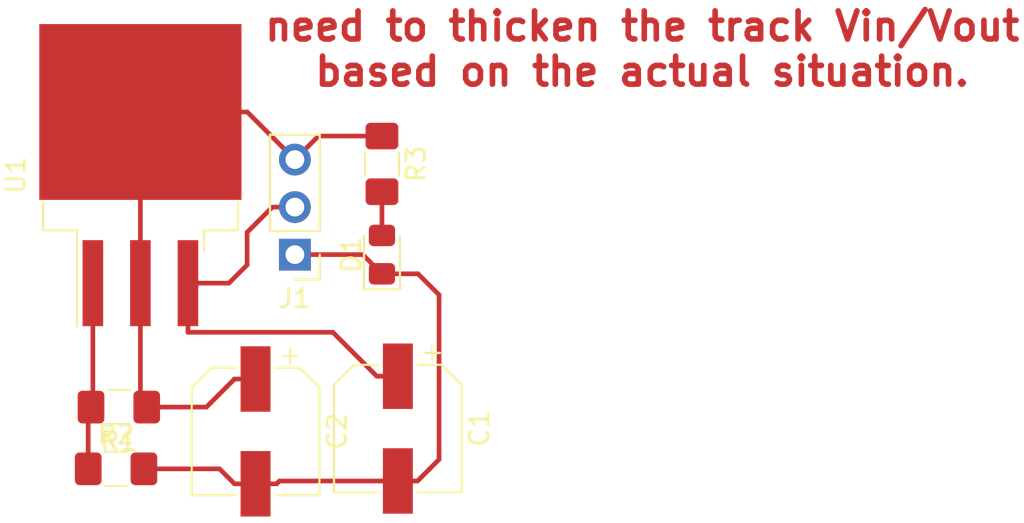
<source format=kicad_pcb>
(kicad_pcb (version 20171130) (host pcbnew 5.0.2-bee76a0~70~ubuntu18.04.1)

  (general
    (thickness 1.6)
    (drawings 1)
    (tracks 37)
    (zones 0)
    (modules 8)
    (nets 6)
  )

  (page A4)
  (layers
    (0 F.Cu signal)
    (31 B.Cu signal)
    (32 B.Adhes user)
    (33 F.Adhes user)
    (34 B.Paste user)
    (35 F.Paste user)
    (36 B.SilkS user)
    (37 F.SilkS user)
    (38 B.Mask user)
    (39 F.Mask user)
    (40 Dwgs.User user)
    (41 Cmts.User user)
    (42 Eco1.User user)
    (43 Eco2.User user)
    (44 Edge.Cuts user)
    (45 Margin user)
    (46 B.CrtYd user)
    (47 F.CrtYd user)
    (48 B.Fab user)
    (49 F.Fab user)
  )

  (setup
    (last_trace_width 0.25)
    (trace_clearance 0.2)
    (zone_clearance 0.508)
    (zone_45_only no)
    (trace_min 0.2)
    (segment_width 0.2)
    (edge_width 0.15)
    (via_size 0.8)
    (via_drill 0.4)
    (via_min_size 0.4)
    (via_min_drill 0.3)
    (uvia_size 0.3)
    (uvia_drill 0.1)
    (uvias_allowed no)
    (uvia_min_size 0.2)
    (uvia_min_drill 0.1)
    (pcb_text_width 0.3)
    (pcb_text_size 1.5 1.5)
    (mod_edge_width 0.15)
    (mod_text_size 1 1)
    (mod_text_width 0.15)
    (pad_size 1.524 1.524)
    (pad_drill 0.762)
    (pad_to_mask_clearance 0.051)
    (solder_mask_min_width 0.25)
    (aux_axis_origin 0 0)
    (visible_elements FFFFFF7F)
    (pcbplotparams
      (layerselection 0x010fc_ffffffff)
      (usegerberextensions false)
      (usegerberattributes false)
      (usegerberadvancedattributes false)
      (creategerberjobfile false)
      (excludeedgelayer true)
      (linewidth 0.100000)
      (plotframeref false)
      (viasonmask false)
      (mode 1)
      (useauxorigin false)
      (hpglpennumber 1)
      (hpglpenspeed 20)
      (hpglpendiameter 15.000000)
      (psnegative false)
      (psa4output false)
      (plotreference true)
      (plotvalue true)
      (plotinvisibletext false)
      (padsonsilk false)
      (subtractmaskfromsilk false)
      (outputformat 1)
      (mirror false)
      (drillshape 1)
      (scaleselection 1)
      (outputdirectory ""))
  )

  (net 0 "")
  (net 1 VOUT)
  (net 2 "Net-(R1-Pad2)")
  (net 3 GND)
  (net 4 VIN)
  (net 5 "Net-(D1-Pad2)")

  (net_class Default "This is the default net class."
    (clearance 0.2)
    (trace_width 0.25)
    (via_dia 0.8)
    (via_drill 0.4)
    (uvia_dia 0.3)
    (uvia_drill 0.1)
    (add_net GND)
    (add_net "Net-(D1-Pad2)")
    (add_net "Net-(R1-Pad2)")
    (add_net VIN)
    (add_net VOUT)
  )

  (module Connector_PinHeader_2.54mm:PinHeader_1x03_P2.54mm_Vertical (layer F.Cu) (tedit 59FED5CC) (tstamp 5C2E9423)
    (at 45.55 28.85 180)
    (descr "Through hole straight pin header, 1x03, 2.54mm pitch, single row")
    (tags "Through hole pin header THT 1x03 2.54mm single row")
    (path /5C0D3421)
    (fp_text reference J1 (at 0 -2.33 180) (layer F.SilkS)
      (effects (font (size 1 1) (thickness 0.15)))
    )
    (fp_text value Conn_01x03 (at 0 7.41 180) (layer F.Fab)
      (effects (font (size 1 1) (thickness 0.15)))
    )
    (fp_line (start -0.635 -1.27) (end 1.27 -1.27) (layer F.Fab) (width 0.1))
    (fp_line (start 1.27 -1.27) (end 1.27 6.35) (layer F.Fab) (width 0.1))
    (fp_line (start 1.27 6.35) (end -1.27 6.35) (layer F.Fab) (width 0.1))
    (fp_line (start -1.27 6.35) (end -1.27 -0.635) (layer F.Fab) (width 0.1))
    (fp_line (start -1.27 -0.635) (end -0.635 -1.27) (layer F.Fab) (width 0.1))
    (fp_line (start -1.33 6.41) (end 1.33 6.41) (layer F.SilkS) (width 0.12))
    (fp_line (start -1.33 1.27) (end -1.33 6.41) (layer F.SilkS) (width 0.12))
    (fp_line (start 1.33 1.27) (end 1.33 6.41) (layer F.SilkS) (width 0.12))
    (fp_line (start -1.33 1.27) (end 1.33 1.27) (layer F.SilkS) (width 0.12))
    (fp_line (start -1.33 0) (end -1.33 -1.33) (layer F.SilkS) (width 0.12))
    (fp_line (start -1.33 -1.33) (end 0 -1.33) (layer F.SilkS) (width 0.12))
    (fp_line (start -1.8 -1.8) (end -1.8 6.85) (layer F.CrtYd) (width 0.05))
    (fp_line (start -1.8 6.85) (end 1.8 6.85) (layer F.CrtYd) (width 0.05))
    (fp_line (start 1.8 6.85) (end 1.8 -1.8) (layer F.CrtYd) (width 0.05))
    (fp_line (start 1.8 -1.8) (end -1.8 -1.8) (layer F.CrtYd) (width 0.05))
    (fp_text user %R (at 0 2.54 270) (layer F.Fab)
      (effects (font (size 1 1) (thickness 0.15)))
    )
    (pad 1 thru_hole rect (at 0 0 180) (size 1.7 1.7) (drill 1) (layers *.Cu *.Mask)
      (net 3 GND))
    (pad 2 thru_hole oval (at 0 2.54 180) (size 1.7 1.7) (drill 1) (layers *.Cu *.Mask)
      (net 4 VIN))
    (pad 3 thru_hole oval (at 0 5.08 180) (size 1.7 1.7) (drill 1) (layers *.Cu *.Mask)
      (net 1 VOUT))
    (model ${KISYS3DMOD}/Connector_PinHeader_2.54mm.3dshapes/PinHeader_1x03_P2.54mm_Vertical.wrl
      (at (xyz 0 0 0))
      (scale (xyz 1 1 1))
      (rotate (xyz 0 0 0))
    )
  )

  (module LED_SMD:LED_0805_2012Metric_Pad1.15x1.40mm_HandSolder (layer F.Cu) (tedit 5B4B45C9) (tstamp 5C2DCE72)
    (at 50.2 28.85 90)
    (descr "LED SMD 0805 (2012 Metric), square (rectangular) end terminal, IPC_7351 nominal, (Body size source: https://docs.google.com/spreadsheets/d/1BsfQQcO9C6DZCsRaXUlFlo91Tg2WpOkGARC1WS5S8t0/edit?usp=sharing), generated with kicad-footprint-generator")
    (tags "LED handsolder")
    (path /5C0D2AB2)
    (attr smd)
    (fp_text reference D1 (at 0 -1.65 90) (layer F.SilkS)
      (effects (font (size 1 1) (thickness 0.15)))
    )
    (fp_text value LED_GREEN (at 0 1.65 90) (layer F.Fab)
      (effects (font (size 1 1) (thickness 0.15)))
    )
    (fp_line (start 1 -0.6) (end -0.7 -0.6) (layer F.Fab) (width 0.1))
    (fp_line (start -0.7 -0.6) (end -1 -0.3) (layer F.Fab) (width 0.1))
    (fp_line (start -1 -0.3) (end -1 0.6) (layer F.Fab) (width 0.1))
    (fp_line (start -1 0.6) (end 1 0.6) (layer F.Fab) (width 0.1))
    (fp_line (start 1 0.6) (end 1 -0.6) (layer F.Fab) (width 0.1))
    (fp_line (start 1 -0.96) (end -1.86 -0.96) (layer F.SilkS) (width 0.12))
    (fp_line (start -1.86 -0.96) (end -1.86 0.96) (layer F.SilkS) (width 0.12))
    (fp_line (start -1.86 0.96) (end 1 0.96) (layer F.SilkS) (width 0.12))
    (fp_line (start -1.85 0.95) (end -1.85 -0.95) (layer F.CrtYd) (width 0.05))
    (fp_line (start -1.85 -0.95) (end 1.85 -0.95) (layer F.CrtYd) (width 0.05))
    (fp_line (start 1.85 -0.95) (end 1.85 0.95) (layer F.CrtYd) (width 0.05))
    (fp_line (start 1.85 0.95) (end -1.85 0.95) (layer F.CrtYd) (width 0.05))
    (fp_text user %R (at 0 0 90) (layer F.Fab)
      (effects (font (size 0.5 0.5) (thickness 0.08)))
    )
    (pad 1 smd roundrect (at -1.025 0 90) (size 1.15 1.4) (layers F.Cu F.Paste F.Mask) (roundrect_rratio 0.217391)
      (net 3 GND))
    (pad 2 smd roundrect (at 1.025 0 90) (size 1.15 1.4) (layers F.Cu F.Paste F.Mask) (roundrect_rratio 0.217391)
      (net 5 "Net-(D1-Pad2)"))
    (model ${KISYS3DMOD}/LED_SMD.3dshapes/LED_0805_2012Metric.wrl
      (at (xyz 0 0 0))
      (scale (xyz 1 1 1))
      (rotate (xyz 0 0 0))
    )
  )

  (module Resistor_SMD:R_1206_3216Metric_Pad1.42x1.75mm_HandSolder (layer F.Cu) (tedit 5B301BBD) (tstamp 5C2DCE11)
    (at 50.2 24 270)
    (descr "Resistor SMD 1206 (3216 Metric), square (rectangular) end terminal, IPC_7351 nominal with elongated pad for handsoldering. (Body size source: http://www.tortai-tech.com/upload/download/2011102023233369053.pdf), generated with kicad-footprint-generator")
    (tags "resistor handsolder")
    (path /5C0D276A)
    (attr smd)
    (fp_text reference R3 (at 0 -1.82 270) (layer F.SilkS)
      (effects (font (size 1 1) (thickness 0.15)))
    )
    (fp_text value R_Small (at 0 1.82 270) (layer F.Fab)
      (effects (font (size 1 1) (thickness 0.15)))
    )
    (fp_line (start -1.6 0.8) (end -1.6 -0.8) (layer F.Fab) (width 0.1))
    (fp_line (start -1.6 -0.8) (end 1.6 -0.8) (layer F.Fab) (width 0.1))
    (fp_line (start 1.6 -0.8) (end 1.6 0.8) (layer F.Fab) (width 0.1))
    (fp_line (start 1.6 0.8) (end -1.6 0.8) (layer F.Fab) (width 0.1))
    (fp_line (start -0.602064 -0.91) (end 0.602064 -0.91) (layer F.SilkS) (width 0.12))
    (fp_line (start -0.602064 0.91) (end 0.602064 0.91) (layer F.SilkS) (width 0.12))
    (fp_line (start -2.45 1.12) (end -2.45 -1.12) (layer F.CrtYd) (width 0.05))
    (fp_line (start -2.45 -1.12) (end 2.45 -1.12) (layer F.CrtYd) (width 0.05))
    (fp_line (start 2.45 -1.12) (end 2.45 1.12) (layer F.CrtYd) (width 0.05))
    (fp_line (start 2.45 1.12) (end -2.45 1.12) (layer F.CrtYd) (width 0.05))
    (fp_text user %R (at 0 0 270) (layer F.Fab)
      (effects (font (size 0.8 0.8) (thickness 0.12)))
    )
    (pad 1 smd roundrect (at -1.4875 0 270) (size 1.425 1.75) (layers F.Cu F.Paste F.Mask) (roundrect_rratio 0.175439)
      (net 1 VOUT))
    (pad 2 smd roundrect (at 1.4875 0 270) (size 1.425 1.75) (layers F.Cu F.Paste F.Mask) (roundrect_rratio 0.175439)
      (net 5 "Net-(D1-Pad2)"))
    (model ${KISYS3DMOD}/Resistor_SMD.3dshapes/R_1206_3216Metric.wrl
      (at (xyz 0 0 0))
      (scale (xyz 1 1 1))
      (rotate (xyz 0 0 0))
    )
  )

  (module Capacitor_SMD:CP_Elec_6.3x5.3 (layer F.Cu) (tedit 5B3026A2) (tstamp 5C2E95FB)
    (at 43.45 38.3 270)
    (descr "SMT capacitor, aluminium electrolytic, 6.3x5.3, Cornell Dubilier Electronics ")
    (tags "Capacitor Electrolytic")
    (path /5C0D21EF)
    (attr smd)
    (fp_text reference C2 (at 0 -4.35 270) (layer F.SilkS)
      (effects (font (size 1 1) (thickness 0.15)))
    )
    (fp_text value CP100uf,16V (at 0 4.35 270) (layer F.Fab)
      (effects (font (size 1 1) (thickness 0.15)))
    )
    (fp_text user %R (at 0 0 270) (layer F.Fab)
      (effects (font (size 1 1) (thickness 0.15)))
    )
    (fp_line (start -4.8 1.05) (end -3.55 1.05) (layer F.CrtYd) (width 0.05))
    (fp_line (start -4.8 -1.05) (end -4.8 1.05) (layer F.CrtYd) (width 0.05))
    (fp_line (start -3.55 -1.05) (end -4.8 -1.05) (layer F.CrtYd) (width 0.05))
    (fp_line (start -3.55 1.05) (end -3.55 2.4) (layer F.CrtYd) (width 0.05))
    (fp_line (start -3.55 -2.4) (end -3.55 -1.05) (layer F.CrtYd) (width 0.05))
    (fp_line (start -3.55 -2.4) (end -2.4 -3.55) (layer F.CrtYd) (width 0.05))
    (fp_line (start -3.55 2.4) (end -2.4 3.55) (layer F.CrtYd) (width 0.05))
    (fp_line (start -2.4 -3.55) (end 3.55 -3.55) (layer F.CrtYd) (width 0.05))
    (fp_line (start -2.4 3.55) (end 3.55 3.55) (layer F.CrtYd) (width 0.05))
    (fp_line (start 3.55 1.05) (end 3.55 3.55) (layer F.CrtYd) (width 0.05))
    (fp_line (start 4.8 1.05) (end 3.55 1.05) (layer F.CrtYd) (width 0.05))
    (fp_line (start 4.8 -1.05) (end 4.8 1.05) (layer F.CrtYd) (width 0.05))
    (fp_line (start 3.55 -1.05) (end 4.8 -1.05) (layer F.CrtYd) (width 0.05))
    (fp_line (start 3.55 -3.55) (end 3.55 -1.05) (layer F.CrtYd) (width 0.05))
    (fp_line (start -4.04375 -2.24125) (end -4.04375 -1.45375) (layer F.SilkS) (width 0.12))
    (fp_line (start -4.4375 -1.8475) (end -3.65 -1.8475) (layer F.SilkS) (width 0.12))
    (fp_line (start -3.41 2.345563) (end -2.345563 3.41) (layer F.SilkS) (width 0.12))
    (fp_line (start -3.41 -2.345563) (end -2.345563 -3.41) (layer F.SilkS) (width 0.12))
    (fp_line (start -3.41 -2.345563) (end -3.41 -1.06) (layer F.SilkS) (width 0.12))
    (fp_line (start -3.41 2.345563) (end -3.41 1.06) (layer F.SilkS) (width 0.12))
    (fp_line (start -2.345563 3.41) (end 3.41 3.41) (layer F.SilkS) (width 0.12))
    (fp_line (start -2.345563 -3.41) (end 3.41 -3.41) (layer F.SilkS) (width 0.12))
    (fp_line (start 3.41 -3.41) (end 3.41 -1.06) (layer F.SilkS) (width 0.12))
    (fp_line (start 3.41 3.41) (end 3.41 1.06) (layer F.SilkS) (width 0.12))
    (fp_line (start -2.389838 -1.645) (end -2.389838 -1.015) (layer F.Fab) (width 0.1))
    (fp_line (start -2.704838 -1.33) (end -2.074838 -1.33) (layer F.Fab) (width 0.1))
    (fp_line (start -3.3 2.3) (end -2.3 3.3) (layer F.Fab) (width 0.1))
    (fp_line (start -3.3 -2.3) (end -2.3 -3.3) (layer F.Fab) (width 0.1))
    (fp_line (start -3.3 -2.3) (end -3.3 2.3) (layer F.Fab) (width 0.1))
    (fp_line (start -2.3 3.3) (end 3.3 3.3) (layer F.Fab) (width 0.1))
    (fp_line (start -2.3 -3.3) (end 3.3 -3.3) (layer F.Fab) (width 0.1))
    (fp_line (start 3.3 -3.3) (end 3.3 3.3) (layer F.Fab) (width 0.1))
    (fp_circle (center 0 0) (end 3.15 0) (layer F.Fab) (width 0.1))
    (pad 2 smd rect (at 2.8 0 270) (size 3.5 1.6) (layers F.Cu F.Paste F.Mask)
      (net 3 GND))
    (pad 1 smd rect (at -2.8 0 270) (size 3.5 1.6) (layers F.Cu F.Paste F.Mask)
      (net 1 VOUT))
    (model ${KISYS3DMOD}/Capacitor_SMD.3dshapes/CP_Elec_6.3x5.3.wrl
      (at (xyz 0 0 0))
      (scale (xyz 1 1 1))
      (rotate (xyz 0 0 0))
    )
  )

  (module Capacitor_SMD:CP_Elec_6.3x5.3 (layer F.Cu) (tedit 5B3026A2) (tstamp 5C23A32D)
    (at 51.05 38.15 270)
    (descr "SMT capacitor, aluminium electrolytic, 6.3x5.3, Cornell Dubilier Electronics ")
    (tags "Capacitor Electrolytic")
    (path /5C0D21A7)
    (attr smd)
    (fp_text reference C1 (at 0 -4.35 270) (layer F.SilkS)
      (effects (font (size 1 1) (thickness 0.15)))
    )
    (fp_text value CP100uf,16V (at 0 4.35 270) (layer F.Fab)
      (effects (font (size 1 1) (thickness 0.15)))
    )
    (fp_circle (center 0 0) (end 3.15 0) (layer F.Fab) (width 0.1))
    (fp_line (start 3.3 -3.3) (end 3.3 3.3) (layer F.Fab) (width 0.1))
    (fp_line (start -2.3 -3.3) (end 3.3 -3.3) (layer F.Fab) (width 0.1))
    (fp_line (start -2.3 3.3) (end 3.3 3.3) (layer F.Fab) (width 0.1))
    (fp_line (start -3.3 -2.3) (end -3.3 2.3) (layer F.Fab) (width 0.1))
    (fp_line (start -3.3 -2.3) (end -2.3 -3.3) (layer F.Fab) (width 0.1))
    (fp_line (start -3.3 2.3) (end -2.3 3.3) (layer F.Fab) (width 0.1))
    (fp_line (start -2.704838 -1.33) (end -2.074838 -1.33) (layer F.Fab) (width 0.1))
    (fp_line (start -2.389838 -1.645) (end -2.389838 -1.015) (layer F.Fab) (width 0.1))
    (fp_line (start 3.41 3.41) (end 3.41 1.06) (layer F.SilkS) (width 0.12))
    (fp_line (start 3.41 -3.41) (end 3.41 -1.06) (layer F.SilkS) (width 0.12))
    (fp_line (start -2.345563 -3.41) (end 3.41 -3.41) (layer F.SilkS) (width 0.12))
    (fp_line (start -2.345563 3.41) (end 3.41 3.41) (layer F.SilkS) (width 0.12))
    (fp_line (start -3.41 2.345563) (end -3.41 1.06) (layer F.SilkS) (width 0.12))
    (fp_line (start -3.41 -2.345563) (end -3.41 -1.06) (layer F.SilkS) (width 0.12))
    (fp_line (start -3.41 -2.345563) (end -2.345563 -3.41) (layer F.SilkS) (width 0.12))
    (fp_line (start -3.41 2.345563) (end -2.345563 3.41) (layer F.SilkS) (width 0.12))
    (fp_line (start -4.4375 -1.8475) (end -3.65 -1.8475) (layer F.SilkS) (width 0.12))
    (fp_line (start -4.04375 -2.24125) (end -4.04375 -1.45375) (layer F.SilkS) (width 0.12))
    (fp_line (start 3.55 -3.55) (end 3.55 -1.05) (layer F.CrtYd) (width 0.05))
    (fp_line (start 3.55 -1.05) (end 4.8 -1.05) (layer F.CrtYd) (width 0.05))
    (fp_line (start 4.8 -1.05) (end 4.8 1.05) (layer F.CrtYd) (width 0.05))
    (fp_line (start 4.8 1.05) (end 3.55 1.05) (layer F.CrtYd) (width 0.05))
    (fp_line (start 3.55 1.05) (end 3.55 3.55) (layer F.CrtYd) (width 0.05))
    (fp_line (start -2.4 3.55) (end 3.55 3.55) (layer F.CrtYd) (width 0.05))
    (fp_line (start -2.4 -3.55) (end 3.55 -3.55) (layer F.CrtYd) (width 0.05))
    (fp_line (start -3.55 2.4) (end -2.4 3.55) (layer F.CrtYd) (width 0.05))
    (fp_line (start -3.55 -2.4) (end -2.4 -3.55) (layer F.CrtYd) (width 0.05))
    (fp_line (start -3.55 -2.4) (end -3.55 -1.05) (layer F.CrtYd) (width 0.05))
    (fp_line (start -3.55 1.05) (end -3.55 2.4) (layer F.CrtYd) (width 0.05))
    (fp_line (start -3.55 -1.05) (end -4.8 -1.05) (layer F.CrtYd) (width 0.05))
    (fp_line (start -4.8 -1.05) (end -4.8 1.05) (layer F.CrtYd) (width 0.05))
    (fp_line (start -4.8 1.05) (end -3.55 1.05) (layer F.CrtYd) (width 0.05))
    (fp_text user %R (at 0 0 270) (layer F.Fab)
      (effects (font (size 1 1) (thickness 0.15)))
    )
    (pad 1 smd rect (at -2.8 0 270) (size 3.5 1.6) (layers F.Cu F.Paste F.Mask)
      (net 4 VIN))
    (pad 2 smd rect (at 2.8 0 270) (size 3.5 1.6) (layers F.Cu F.Paste F.Mask)
      (net 3 GND))
    (model ${KISYS3DMOD}/Capacitor_SMD.3dshapes/CP_Elec_6.3x5.3.wrl
      (at (xyz 0 0 0))
      (scale (xyz 1 1 1))
      (rotate (xyz 0 0 0))
    )
  )

  (module Resistor_SMD:R_1206_3216Metric_Pad1.42x1.75mm_HandSolder (layer F.Cu) (tedit 5B301BBD) (tstamp 5C23A2B7)
    (at 36 40.3)
    (descr "Resistor SMD 1206 (3216 Metric), square (rectangular) end terminal, IPC_7351 nominal with elongated pad for handsoldering. (Body size source: http://www.tortai-tech.com/upload/download/2011102023233369053.pdf), generated with kicad-footprint-generator")
    (tags "resistor handsolder")
    (path /5C0D15C7)
    (attr smd)
    (fp_text reference R2 (at 0 -1.82) (layer F.SilkS)
      (effects (font (size 1 1) (thickness 0.15)))
    )
    (fp_text value R_Small (at 0 1.82) (layer F.Fab)
      (effects (font (size 1 1) (thickness 0.15)))
    )
    (fp_text user %R (at 0 0) (layer F.Fab)
      (effects (font (size 0.8 0.8) (thickness 0.12)))
    )
    (fp_line (start 2.45 1.12) (end -2.45 1.12) (layer F.CrtYd) (width 0.05))
    (fp_line (start 2.45 -1.12) (end 2.45 1.12) (layer F.CrtYd) (width 0.05))
    (fp_line (start -2.45 -1.12) (end 2.45 -1.12) (layer F.CrtYd) (width 0.05))
    (fp_line (start -2.45 1.12) (end -2.45 -1.12) (layer F.CrtYd) (width 0.05))
    (fp_line (start -0.602064 0.91) (end 0.602064 0.91) (layer F.SilkS) (width 0.12))
    (fp_line (start -0.602064 -0.91) (end 0.602064 -0.91) (layer F.SilkS) (width 0.12))
    (fp_line (start 1.6 0.8) (end -1.6 0.8) (layer F.Fab) (width 0.1))
    (fp_line (start 1.6 -0.8) (end 1.6 0.8) (layer F.Fab) (width 0.1))
    (fp_line (start -1.6 -0.8) (end 1.6 -0.8) (layer F.Fab) (width 0.1))
    (fp_line (start -1.6 0.8) (end -1.6 -0.8) (layer F.Fab) (width 0.1))
    (pad 2 smd roundrect (at 1.4875 0) (size 1.425 1.75) (layers F.Cu F.Paste F.Mask) (roundrect_rratio 0.175439)
      (net 3 GND))
    (pad 1 smd roundrect (at -1.4875 0) (size 1.425 1.75) (layers F.Cu F.Paste F.Mask) (roundrect_rratio 0.175439)
      (net 2 "Net-(R1-Pad2)"))
    (model ${KISYS3DMOD}/Resistor_SMD.3dshapes/R_1206_3216Metric.wrl
      (at (xyz 0 0 0))
      (scale (xyz 1 1 1))
      (rotate (xyz 0 0 0))
    )
  )

  (module Resistor_SMD:R_1206_3216Metric_Pad1.42x1.75mm_HandSolder (layer F.Cu) (tedit 5B301BBD) (tstamp 5C23A2A6)
    (at 36.15 37 180)
    (descr "Resistor SMD 1206 (3216 Metric), square (rectangular) end terminal, IPC_7351 nominal with elongated pad for handsoldering. (Body size source: http://www.tortai-tech.com/upload/download/2011102023233369053.pdf), generated with kicad-footprint-generator")
    (tags "resistor handsolder")
    (path /5C0D1579)
    (attr smd)
    (fp_text reference R1 (at 0 -1.82 180) (layer F.SilkS)
      (effects (font (size 1 1) (thickness 0.15)))
    )
    (fp_text value R_Small (at 0 1.82 180) (layer F.Fab)
      (effects (font (size 1 1) (thickness 0.15)))
    )
    (fp_line (start -1.6 0.8) (end -1.6 -0.8) (layer F.Fab) (width 0.1))
    (fp_line (start -1.6 -0.8) (end 1.6 -0.8) (layer F.Fab) (width 0.1))
    (fp_line (start 1.6 -0.8) (end 1.6 0.8) (layer F.Fab) (width 0.1))
    (fp_line (start 1.6 0.8) (end -1.6 0.8) (layer F.Fab) (width 0.1))
    (fp_line (start -0.602064 -0.91) (end 0.602064 -0.91) (layer F.SilkS) (width 0.12))
    (fp_line (start -0.602064 0.91) (end 0.602064 0.91) (layer F.SilkS) (width 0.12))
    (fp_line (start -2.45 1.12) (end -2.45 -1.12) (layer F.CrtYd) (width 0.05))
    (fp_line (start -2.45 -1.12) (end 2.45 -1.12) (layer F.CrtYd) (width 0.05))
    (fp_line (start 2.45 -1.12) (end 2.45 1.12) (layer F.CrtYd) (width 0.05))
    (fp_line (start 2.45 1.12) (end -2.45 1.12) (layer F.CrtYd) (width 0.05))
    (fp_text user %R (at 0 0 180) (layer F.Fab)
      (effects (font (size 0.8 0.8) (thickness 0.12)))
    )
    (pad 1 smd roundrect (at -1.4875 0 180) (size 1.425 1.75) (layers F.Cu F.Paste F.Mask) (roundrect_rratio 0.175439)
      (net 1 VOUT))
    (pad 2 smd roundrect (at 1.4875 0 180) (size 1.425 1.75) (layers F.Cu F.Paste F.Mask) (roundrect_rratio 0.175439)
      (net 2 "Net-(R1-Pad2)"))
    (model ${KISYS3DMOD}/Resistor_SMD.3dshapes/R_1206_3216Metric.wrl
      (at (xyz 0 0 0))
      (scale (xyz 1 1 1))
      (rotate (xyz 0 0 0))
    )
  )

  (module Package_TO_SOT_SMD:TO-263-3_TabPin2 (layer F.Cu) (tedit 5A70FB8C) (tstamp 5C1EE26A)
    (at 37.3 24.6 90)
    (descr "TO-263 / D2PAK / DDPAK SMD package, http://www.infineon.com/cms/en/product/packages/PG-TO263/PG-TO263-3-1/")
    (tags "D2PAK DDPAK TO-263 D2PAK-3 TO-263-3 SOT-404")
    (path /5C0D143C)
    (attr smd)
    (fp_text reference U1 (at 0 -6.65 90) (layer F.SilkS)
      (effects (font (size 1 1) (thickness 0.15)))
    )
    (fp_text value AMS1085-ADJ (at 0 6.65 90) (layer F.Fab)
      (effects (font (size 1 1) (thickness 0.15)))
    )
    (fp_line (start 6.5 -5) (end 7.5 -5) (layer F.Fab) (width 0.1))
    (fp_line (start 7.5 -5) (end 7.5 5) (layer F.Fab) (width 0.1))
    (fp_line (start 7.5 5) (end 6.5 5) (layer F.Fab) (width 0.1))
    (fp_line (start 6.5 -5) (end 6.5 5) (layer F.Fab) (width 0.1))
    (fp_line (start 6.5 5) (end -2.75 5) (layer F.Fab) (width 0.1))
    (fp_line (start -2.75 5) (end -2.75 -4) (layer F.Fab) (width 0.1))
    (fp_line (start -2.75 -4) (end -1.75 -5) (layer F.Fab) (width 0.1))
    (fp_line (start -1.75 -5) (end 6.5 -5) (layer F.Fab) (width 0.1))
    (fp_line (start -2.75 -3.04) (end -7.45 -3.04) (layer F.Fab) (width 0.1))
    (fp_line (start -7.45 -3.04) (end -7.45 -2.04) (layer F.Fab) (width 0.1))
    (fp_line (start -7.45 -2.04) (end -2.75 -2.04) (layer F.Fab) (width 0.1))
    (fp_line (start -2.75 -0.5) (end -7.45 -0.5) (layer F.Fab) (width 0.1))
    (fp_line (start -7.45 -0.5) (end -7.45 0.5) (layer F.Fab) (width 0.1))
    (fp_line (start -7.45 0.5) (end -2.75 0.5) (layer F.Fab) (width 0.1))
    (fp_line (start -2.75 2.04) (end -7.45 2.04) (layer F.Fab) (width 0.1))
    (fp_line (start -7.45 2.04) (end -7.45 3.04) (layer F.Fab) (width 0.1))
    (fp_line (start -7.45 3.04) (end -2.75 3.04) (layer F.Fab) (width 0.1))
    (fp_line (start -1.45 -5.2) (end -2.95 -5.2) (layer F.SilkS) (width 0.12))
    (fp_line (start -2.95 -5.2) (end -2.95 -3.39) (layer F.SilkS) (width 0.12))
    (fp_line (start -2.95 -3.39) (end -8.075 -3.39) (layer F.SilkS) (width 0.12))
    (fp_line (start -1.45 5.2) (end -2.95 5.2) (layer F.SilkS) (width 0.12))
    (fp_line (start -2.95 5.2) (end -2.95 3.39) (layer F.SilkS) (width 0.12))
    (fp_line (start -2.95 3.39) (end -4.05 3.39) (layer F.SilkS) (width 0.12))
    (fp_line (start -8.32 -5.65) (end -8.32 5.65) (layer F.CrtYd) (width 0.05))
    (fp_line (start -8.32 5.65) (end 8.32 5.65) (layer F.CrtYd) (width 0.05))
    (fp_line (start 8.32 5.65) (end 8.32 -5.65) (layer F.CrtYd) (width 0.05))
    (fp_line (start 8.32 -5.65) (end -8.32 -5.65) (layer F.CrtYd) (width 0.05))
    (fp_text user %R (at 0 0 90) (layer F.Fab)
      (effects (font (size 1 1) (thickness 0.15)))
    )
    (pad 1 smd rect (at -5.775 -2.54 90) (size 4.6 1.1) (layers F.Cu F.Paste F.Mask)
      (net 2 "Net-(R1-Pad2)"))
    (pad 2 smd rect (at -5.775 0 90) (size 4.6 1.1) (layers F.Cu F.Paste F.Mask)
      (net 1 VOUT))
    (pad 3 smd rect (at -5.775 2.54 90) (size 4.6 1.1) (layers F.Cu F.Paste F.Mask)
      (net 4 VIN))
    (pad 2 smd rect (at 3.375 0 90) (size 9.4 10.8) (layers F.Cu F.Mask)
      (net 1 VOUT))
    (pad "" smd rect (at 5.8 2.775 90) (size 4.55 5.25) (layers F.Paste))
    (pad "" smd rect (at 0.95 -2.775 90) (size 4.55 5.25) (layers F.Paste))
    (pad "" smd rect (at 5.8 -2.775 90) (size 4.55 5.25) (layers F.Paste))
    (pad "" smd rect (at 0.95 2.775 90) (size 4.55 5.25) (layers F.Paste))
    (model ${KISYS3DMOD}/Package_TO_SOT_SMD.3dshapes/TO-263-3_TabPin2.wrl
      (at (xyz 0 0 0))
      (scale (xyz 1 1 1))
      (rotate (xyz 0 0 0))
    )
  )

  (gr_text "need to thicken the track Vin/Vout\nbased on the actual situation." (at 64.1 17.85) (layer F.Cu)
    (effects (font (size 1.5 1.5) (thickness 0.3)))
  )

  (segment (start 43.45 35.5) (end 42.3247 35.5) (width 0.25) (layer F.Cu) (net 1))
  (segment (start 42.3247 35.5) (end 40.8247 37) (width 0.25) (layer F.Cu) (net 1))
  (segment (start 40.8247 37) (end 37.6375 37) (width 0.25) (layer F.Cu) (net 1))
  (segment (start 37.3 30.375) (end 37.3 36.6625) (width 0.25) (layer F.Cu) (net 1))
  (segment (start 37.3 36.6625) (end 37.6375 37) (width 0.25) (layer F.Cu) (net 1))
  (segment (start 37.3 21.225) (end 37.3 30.375) (width 0.25) (layer F.Cu) (net 1))
  (segment (start 43.005 21.225) (end 45.55 23.77) (width 0.25) (layer F.Cu) (net 1))
  (segment (start 37.3 21.225) (end 43.005 21.225) (width 0.25) (layer F.Cu) (net 1))
  (segment (start 46.8075 22.5125) (end 45.55 23.77) (width 0.25) (layer F.Cu) (net 1))
  (segment (start 50.2 22.5125) (end 46.8075 22.5125) (width 0.25) (layer F.Cu) (net 1))
  (segment (start 34.6625 37) (end 34.5125 37.15) (width 0.25) (layer F.Cu) (net 2))
  (segment (start 34.5125 37.15) (end 34.5125 40.3) (width 0.25) (layer F.Cu) (net 2))
  (segment (start 34.76 30.375) (end 34.76 36.9025) (width 0.25) (layer F.Cu) (net 2))
  (segment (start 34.76 36.9025) (end 34.6625 37) (width 0.25) (layer F.Cu) (net 2))
  (segment (start 43.45 41.1) (end 44.5753 41.1) (width 0.25) (layer F.Cu) (net 3))
  (segment (start 51.05 40.95) (end 44.7253 40.95) (width 0.25) (layer F.Cu) (net 3))
  (segment (start 44.7253 40.95) (end 44.5753 41.1) (width 0.25) (layer F.Cu) (net 3))
  (segment (start 43.45 41.1) (end 42.3247 41.1) (width 0.25) (layer F.Cu) (net 3))
  (segment (start 37.4875 40.3) (end 41.5247 40.3) (width 0.25) (layer F.Cu) (net 3))
  (segment (start 41.5247 40.3) (end 42.3247 41.1) (width 0.25) (layer F.Cu) (net 3))
  (segment (start 49.175 28.85) (end 50.2 29.875) (width 0.25) (layer F.Cu) (net 3))
  (segment (start 45.55 28.85) (end 49.175 28.85) (width 0.25) (layer F.Cu) (net 3))
  (segment (start 52.125 29.875) (end 50.2 29.875) (width 0.25) (layer F.Cu) (net 3))
  (segment (start 53.25 31) (end 52.125 29.875) (width 0.25) (layer F.Cu) (net 3))
  (segment (start 53.25 39.8) (end 53.25 31) (width 0.25) (layer F.Cu) (net 3))
  (segment (start 51.05 40.95) (end 52.1 40.95) (width 0.25) (layer F.Cu) (net 3))
  (segment (start 52.1 40.95) (end 53.25 39.8) (width 0.25) (layer F.Cu) (net 3))
  (segment (start 51.05 35.35) (end 49.9247 35.35) (width 0.25) (layer F.Cu) (net 4))
  (segment (start 39.84 30.375) (end 39.84 33.0003) (width 0.25) (layer F.Cu) (net 4))
  (segment (start 39.84 33.0003) (end 47.575 33.0003) (width 0.25) (layer F.Cu) (net 4))
  (segment (start 47.575 33.0003) (end 49.9247 35.35) (width 0.25) (layer F.Cu) (net 4))
  (segment (start 42.025 30.375) (end 39.84 30.375) (width 0.25) (layer F.Cu) (net 4))
  (segment (start 43 29.4) (end 42.025 30.375) (width 0.25) (layer F.Cu) (net 4))
  (segment (start 45.55 26.31) (end 44.347919 26.31) (width 0.25) (layer F.Cu) (net 4))
  (segment (start 43 27.657919) (end 43 29.4) (width 0.25) (layer F.Cu) (net 4))
  (segment (start 44.347919 26.31) (end 43 27.657919) (width 0.25) (layer F.Cu) (net 4))
  (segment (start 50.2 25.4875) (end 50.2 27.825) (width 0.25) (layer F.Cu) (net 5))

)

</source>
